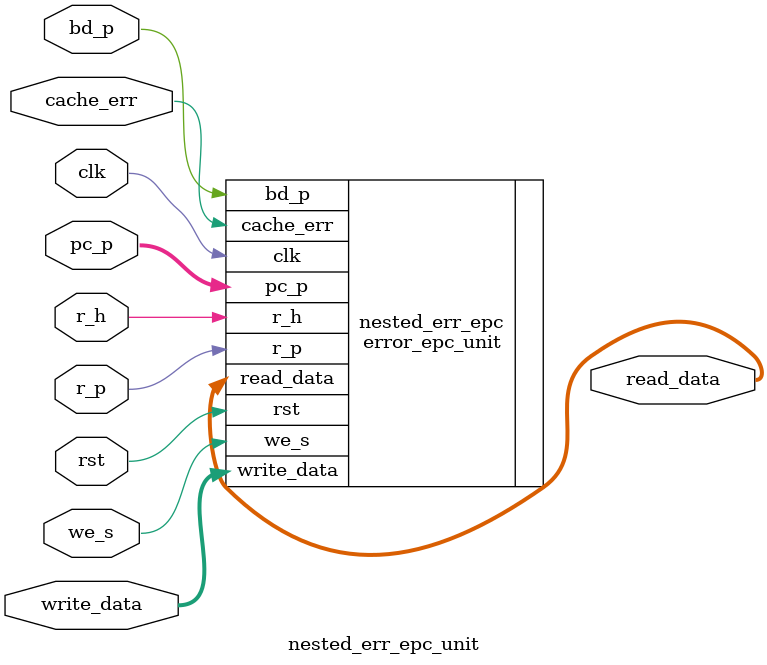
<source format=v>
`include "./head.v"
`include "./error_epc_unit.v"
module nested_err_epc_unit(input wire clk,
	input wire rst,
	input wire r_p,
	input wire r_h,
	input wire cache_err,
	input wire bd_p,
	input wire we_s,
	input wire [31:0] pc_p,
	input wire [31:0] write_data,
	output wire [31:0] read_data);
error_epc_unit nested_err_epc(.clk(clk),
	.rst(rst),
	.r_p(r_p),
	.r_h(r_h),
	.cache_err(cache_err),
	.we_s(we_s),
	.bd_p(bd_p),
	.pc_p(pc_p),
	.write_data(write_data),
	.read_data(read_data));
endmodule // nested_err_epc_unit
</source>
